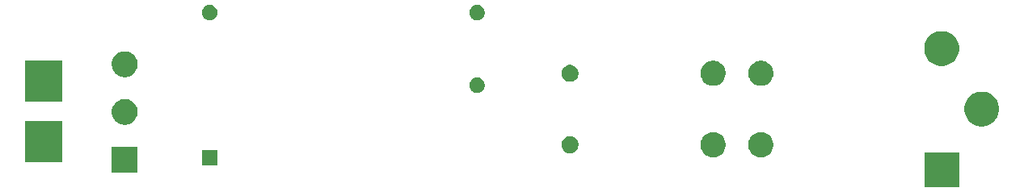
<source format=gbr>
G04 #@! TF.GenerationSoftware,KiCad,Pcbnew,(5.0.2)-1*
G04 #@! TF.CreationDate,2019-04-08T19:56:43-07:00*
G04 #@! TF.ProjectId,smartplug,736d6172-7470-46c7-9567-2e6b69636164,rev?*
G04 #@! TF.SameCoordinates,Original*
G04 #@! TF.FileFunction,Soldermask,Bot*
G04 #@! TF.FilePolarity,Negative*
%FSLAX46Y46*%
G04 Gerber Fmt 4.6, Leading zero omitted, Abs format (unit mm)*
G04 Created by KiCad (PCBNEW (5.0.2)-1) date 4/8/2019 7:56:43 PM*
%MOMM*%
%LPD*%
G01*
G04 APERTURE LIST*
%ADD10C,0.100000*%
G04 APERTURE END LIST*
D10*
G36*
X238519000Y-103179000D02*
X234861000Y-103179000D01*
X234861000Y-99521000D01*
X238519000Y-99521000D01*
X238519000Y-103179000D01*
X238519000Y-103179000D01*
G37*
G36*
X152451000Y-101651000D02*
X149749000Y-101651000D01*
X149749000Y-98949000D01*
X152451000Y-98949000D01*
X152451000Y-101651000D01*
X152451000Y-101651000D01*
G37*
G36*
X160805000Y-100925000D02*
X159195000Y-100925000D01*
X159195000Y-99315000D01*
X160805000Y-99315000D01*
X160805000Y-100925000D01*
X160805000Y-100925000D01*
G37*
G36*
X144556000Y-100611000D02*
X140644000Y-100611000D01*
X140644000Y-96269000D01*
X144556000Y-96269000D01*
X144556000Y-100611000D01*
X144556000Y-100611000D01*
G37*
G36*
X213050250Y-97462843D02*
X213135322Y-97479765D01*
X213205735Y-97508931D01*
X213375728Y-97579344D01*
X213592092Y-97723914D01*
X213776086Y-97907908D01*
X213920656Y-98124272D01*
X214020235Y-98364679D01*
X214071000Y-98619891D01*
X214071000Y-98880109D01*
X214020235Y-99135321D01*
X213920656Y-99375728D01*
X213776086Y-99592092D01*
X213592092Y-99776086D01*
X213375728Y-99920656D01*
X213205735Y-99991069D01*
X213135322Y-100020235D01*
X213050250Y-100037157D01*
X212880109Y-100071000D01*
X212619891Y-100071000D01*
X212449750Y-100037157D01*
X212364678Y-100020235D01*
X212294265Y-99991069D01*
X212124272Y-99920656D01*
X211907908Y-99776086D01*
X211723914Y-99592092D01*
X211579344Y-99375728D01*
X211479765Y-99135321D01*
X211429000Y-98880109D01*
X211429000Y-98619891D01*
X211479765Y-98364679D01*
X211579344Y-98124272D01*
X211723914Y-97907908D01*
X211907908Y-97723914D01*
X212124272Y-97579344D01*
X212294265Y-97508931D01*
X212364678Y-97479765D01*
X212449750Y-97462843D01*
X212619891Y-97429000D01*
X212880109Y-97429000D01*
X213050250Y-97462843D01*
X213050250Y-97462843D01*
G37*
G36*
X218050250Y-97462843D02*
X218135322Y-97479765D01*
X218205735Y-97508931D01*
X218375728Y-97579344D01*
X218592092Y-97723914D01*
X218776086Y-97907908D01*
X218920656Y-98124272D01*
X219020235Y-98364679D01*
X219071000Y-98619891D01*
X219071000Y-98880109D01*
X219020235Y-99135321D01*
X218920656Y-99375728D01*
X218776086Y-99592092D01*
X218592092Y-99776086D01*
X218375728Y-99920656D01*
X218205735Y-99991069D01*
X218135322Y-100020235D01*
X218050250Y-100037157D01*
X217880109Y-100071000D01*
X217619891Y-100071000D01*
X217449750Y-100037157D01*
X217364678Y-100020235D01*
X217294265Y-99991069D01*
X217124272Y-99920656D01*
X216907908Y-99776086D01*
X216723914Y-99592092D01*
X216579344Y-99375728D01*
X216479765Y-99135321D01*
X216429000Y-98880109D01*
X216429000Y-98619891D01*
X216479765Y-98364679D01*
X216579344Y-98124272D01*
X216723914Y-97907908D01*
X216907908Y-97723914D01*
X217124272Y-97579344D01*
X217294265Y-97508931D01*
X217364678Y-97479765D01*
X217449750Y-97462843D01*
X217619891Y-97429000D01*
X217880109Y-97429000D01*
X218050250Y-97462843D01*
X218050250Y-97462843D01*
G37*
G36*
X198009367Y-97894971D02*
X198009369Y-97894972D01*
X198009370Y-97894972D01*
X198040600Y-97907908D01*
X198171195Y-97962002D01*
X198316835Y-98059316D01*
X198440684Y-98183165D01*
X198537998Y-98328805D01*
X198605029Y-98490633D01*
X198639200Y-98662420D01*
X198639200Y-98837580D01*
X198605029Y-99009367D01*
X198537998Y-99171195D01*
X198440684Y-99316835D01*
X198316835Y-99440684D01*
X198171195Y-99537998D01*
X198069147Y-99580268D01*
X198009370Y-99605028D01*
X198009369Y-99605028D01*
X198009367Y-99605029D01*
X197837580Y-99639200D01*
X197662420Y-99639200D01*
X197490633Y-99605029D01*
X197490631Y-99605028D01*
X197490630Y-99605028D01*
X197430853Y-99580268D01*
X197328805Y-99537998D01*
X197183165Y-99440684D01*
X197059316Y-99316835D01*
X196962002Y-99171195D01*
X196894971Y-99009367D01*
X196860800Y-98837580D01*
X196860800Y-98662420D01*
X196894971Y-98490633D01*
X196962002Y-98328805D01*
X197059316Y-98183165D01*
X197183165Y-98059316D01*
X197328805Y-97962002D01*
X197459400Y-97907908D01*
X197490630Y-97894972D01*
X197490631Y-97894972D01*
X197490633Y-97894971D01*
X197662420Y-97860800D01*
X197837580Y-97860800D01*
X198009367Y-97894971D01*
X198009367Y-97894971D01*
G37*
G36*
X241236820Y-93206143D02*
X241413500Y-93241287D01*
X241551373Y-93298396D01*
X241746355Y-93379160D01*
X242045923Y-93579325D01*
X242300675Y-93834077D01*
X242500840Y-94133645D01*
X242638713Y-94466501D01*
X242709000Y-94819858D01*
X242709000Y-95180142D01*
X242638713Y-95533499D01*
X242500840Y-95866355D01*
X242300675Y-96165923D01*
X242045923Y-96420675D01*
X241746355Y-96620840D01*
X241551373Y-96701604D01*
X241413500Y-96758713D01*
X241236821Y-96793856D01*
X241060142Y-96829000D01*
X240699858Y-96829000D01*
X240523179Y-96793856D01*
X240346500Y-96758713D01*
X240208627Y-96701604D01*
X240013645Y-96620840D01*
X239714077Y-96420675D01*
X239459325Y-96165923D01*
X239259160Y-95866355D01*
X239121287Y-95533499D01*
X239051000Y-95180142D01*
X239051000Y-94819858D01*
X239121287Y-94466501D01*
X239259160Y-94133645D01*
X239459325Y-93834077D01*
X239714077Y-93579325D01*
X240013645Y-93379160D01*
X240208627Y-93298396D01*
X240346500Y-93241287D01*
X240523179Y-93206144D01*
X240699858Y-93171000D01*
X241060142Y-93171000D01*
X241236820Y-93206143D01*
X241236820Y-93206143D01*
G37*
G36*
X151363567Y-93974959D02*
X151494072Y-94000918D01*
X151739939Y-94102759D01*
X151931864Y-94231000D01*
X151961215Y-94250612D01*
X152149388Y-94438785D01*
X152149390Y-94438788D01*
X152297241Y-94660061D01*
X152399082Y-94905928D01*
X152451000Y-95166938D01*
X152451000Y-95433062D01*
X152399082Y-95694072D01*
X152297241Y-95939939D01*
X152149890Y-96160464D01*
X152149388Y-96161215D01*
X151961215Y-96349388D01*
X151961212Y-96349390D01*
X151739939Y-96497241D01*
X151494072Y-96599082D01*
X151384692Y-96620839D01*
X151233063Y-96651000D01*
X150966937Y-96651000D01*
X150815308Y-96620839D01*
X150705928Y-96599082D01*
X150460061Y-96497241D01*
X150238788Y-96349390D01*
X150238785Y-96349388D01*
X150050612Y-96161215D01*
X150050110Y-96160464D01*
X149902759Y-95939939D01*
X149800918Y-95694072D01*
X149749000Y-95433062D01*
X149749000Y-95166938D01*
X149800918Y-94905928D01*
X149902759Y-94660061D01*
X150050610Y-94438788D01*
X150050612Y-94438785D01*
X150238785Y-94250612D01*
X150268136Y-94231000D01*
X150460061Y-94102759D01*
X150705928Y-94000918D01*
X150836433Y-93974959D01*
X150966937Y-93949000D01*
X151233063Y-93949000D01*
X151363567Y-93974959D01*
X151363567Y-93974959D01*
G37*
G36*
X144556000Y-94231000D02*
X140644000Y-94231000D01*
X140644000Y-89889000D01*
X144556000Y-89889000D01*
X144556000Y-94231000D01*
X144556000Y-94231000D01*
G37*
G36*
X188234807Y-91725935D02*
X188234809Y-91725936D01*
X188234810Y-91725936D01*
X188381310Y-91786618D01*
X188381311Y-91786619D01*
X188513161Y-91874718D01*
X188625282Y-91986839D01*
X188625284Y-91986842D01*
X188713382Y-92118690D01*
X188721877Y-92139200D01*
X188774065Y-92265193D01*
X188805000Y-92420713D01*
X188805000Y-92579286D01*
X188774064Y-92734810D01*
X188713382Y-92881310D01*
X188713381Y-92881311D01*
X188625282Y-93013161D01*
X188513161Y-93125282D01*
X188513158Y-93125284D01*
X188381310Y-93213382D01*
X188234810Y-93274064D01*
X188234809Y-93274064D01*
X188234807Y-93274065D01*
X188079287Y-93305000D01*
X187920713Y-93305000D01*
X187765193Y-93274065D01*
X187765191Y-93274064D01*
X187765190Y-93274064D01*
X187618690Y-93213382D01*
X187486842Y-93125284D01*
X187486839Y-93125282D01*
X187374718Y-93013161D01*
X187286619Y-92881311D01*
X187286618Y-92881310D01*
X187225936Y-92734810D01*
X187195000Y-92579286D01*
X187195000Y-92420713D01*
X187225935Y-92265193D01*
X187278123Y-92139200D01*
X187286618Y-92118690D01*
X187374716Y-91986842D01*
X187374718Y-91986839D01*
X187486839Y-91874718D01*
X187618689Y-91786619D01*
X187618690Y-91786618D01*
X187765190Y-91725936D01*
X187765191Y-91725936D01*
X187765193Y-91725935D01*
X187920713Y-91695000D01*
X188079287Y-91695000D01*
X188234807Y-91725935D01*
X188234807Y-91725935D01*
G37*
G36*
X213050250Y-89962843D02*
X213135322Y-89979765D01*
X213205735Y-90008931D01*
X213375728Y-90079344D01*
X213592092Y-90223914D01*
X213776086Y-90407908D01*
X213920656Y-90624272D01*
X213991069Y-90794265D01*
X214020235Y-90864678D01*
X214071000Y-91119893D01*
X214071000Y-91380107D01*
X214027444Y-91599082D01*
X214020235Y-91635321D01*
X213920656Y-91875728D01*
X213776086Y-92092092D01*
X213592092Y-92276086D01*
X213375728Y-92420656D01*
X213205735Y-92491069D01*
X213135322Y-92520235D01*
X213050250Y-92537157D01*
X212880109Y-92571000D01*
X212619891Y-92571000D01*
X212449750Y-92537157D01*
X212364678Y-92520235D01*
X212294265Y-92491069D01*
X212124272Y-92420656D01*
X211907908Y-92276086D01*
X211723914Y-92092092D01*
X211579344Y-91875728D01*
X211479765Y-91635321D01*
X211472557Y-91599082D01*
X211429000Y-91380107D01*
X211429000Y-91119893D01*
X211479765Y-90864678D01*
X211508931Y-90794265D01*
X211579344Y-90624272D01*
X211723914Y-90407908D01*
X211907908Y-90223914D01*
X212124272Y-90079344D01*
X212294265Y-90008931D01*
X212364678Y-89979765D01*
X212449750Y-89962843D01*
X212619891Y-89929000D01*
X212880109Y-89929000D01*
X213050250Y-89962843D01*
X213050250Y-89962843D01*
G37*
G36*
X218050250Y-89962843D02*
X218135322Y-89979765D01*
X218205735Y-90008931D01*
X218375728Y-90079344D01*
X218592092Y-90223914D01*
X218776086Y-90407908D01*
X218920656Y-90624272D01*
X218991069Y-90794265D01*
X219020235Y-90864678D01*
X219071000Y-91119893D01*
X219071000Y-91380107D01*
X219027444Y-91599082D01*
X219020235Y-91635321D01*
X218920656Y-91875728D01*
X218776086Y-92092092D01*
X218592092Y-92276086D01*
X218375728Y-92420656D01*
X218205735Y-92491069D01*
X218135322Y-92520235D01*
X218050250Y-92537157D01*
X217880109Y-92571000D01*
X217619891Y-92571000D01*
X217449750Y-92537157D01*
X217364678Y-92520235D01*
X217294265Y-92491069D01*
X217124272Y-92420656D01*
X216907908Y-92276086D01*
X216723914Y-92092092D01*
X216579344Y-91875728D01*
X216479765Y-91635321D01*
X216472557Y-91599082D01*
X216429000Y-91380107D01*
X216429000Y-91119893D01*
X216479765Y-90864678D01*
X216508931Y-90794265D01*
X216579344Y-90624272D01*
X216723914Y-90407908D01*
X216907908Y-90223914D01*
X217124272Y-90079344D01*
X217294265Y-90008931D01*
X217364678Y-89979765D01*
X217449750Y-89962843D01*
X217619891Y-89929000D01*
X217880109Y-89929000D01*
X218050250Y-89962843D01*
X218050250Y-89962843D01*
G37*
G36*
X198009367Y-90394971D02*
X198009369Y-90394972D01*
X198009370Y-90394972D01*
X198069147Y-90419732D01*
X198171195Y-90462002D01*
X198316835Y-90559316D01*
X198440684Y-90683165D01*
X198537998Y-90828805D01*
X198605029Y-90990633D01*
X198639200Y-91162420D01*
X198639200Y-91337580D01*
X198605029Y-91509367D01*
X198537998Y-91671195D01*
X198440684Y-91816835D01*
X198316835Y-91940684D01*
X198171195Y-92037998D01*
X198069147Y-92080268D01*
X198009370Y-92105028D01*
X198009369Y-92105028D01*
X198009367Y-92105029D01*
X197837580Y-92139200D01*
X197662420Y-92139200D01*
X197490633Y-92105029D01*
X197490631Y-92105028D01*
X197490630Y-92105028D01*
X197430853Y-92080268D01*
X197328805Y-92037998D01*
X197183165Y-91940684D01*
X197059316Y-91816835D01*
X196962002Y-91671195D01*
X196894971Y-91509367D01*
X196860800Y-91337580D01*
X196860800Y-91162420D01*
X196894971Y-90990633D01*
X196962002Y-90828805D01*
X197059316Y-90683165D01*
X197183165Y-90559316D01*
X197328805Y-90462002D01*
X197430853Y-90419732D01*
X197490630Y-90394972D01*
X197490631Y-90394972D01*
X197490633Y-90394971D01*
X197662420Y-90360800D01*
X197837580Y-90360800D01*
X198009367Y-90394971D01*
X198009367Y-90394971D01*
G37*
G36*
X151363567Y-88974959D02*
X151494072Y-89000918D01*
X151739939Y-89102759D01*
X151960464Y-89250110D01*
X151961215Y-89250612D01*
X152149388Y-89438785D01*
X152149390Y-89438788D01*
X152297241Y-89660061D01*
X152392070Y-89889000D01*
X152399082Y-89905929D01*
X152451000Y-90166937D01*
X152451000Y-90433063D01*
X152425887Y-90559314D01*
X152399082Y-90694072D01*
X152297241Y-90939939D01*
X152149890Y-91160464D01*
X152149388Y-91161215D01*
X151961215Y-91349388D01*
X151961212Y-91349390D01*
X151739939Y-91497241D01*
X151494072Y-91599082D01*
X151363567Y-91625041D01*
X151233063Y-91651000D01*
X150966937Y-91651000D01*
X150836433Y-91625041D01*
X150705928Y-91599082D01*
X150460061Y-91497241D01*
X150238788Y-91349390D01*
X150238785Y-91349388D01*
X150050612Y-91161215D01*
X150050110Y-91160464D01*
X149902759Y-90939939D01*
X149800918Y-90694072D01*
X149774113Y-90559314D01*
X149749000Y-90433063D01*
X149749000Y-90166937D01*
X149800918Y-89905929D01*
X149807930Y-89889000D01*
X149902759Y-89660061D01*
X150050610Y-89438788D01*
X150050612Y-89438785D01*
X150238785Y-89250612D01*
X150239536Y-89250110D01*
X150460061Y-89102759D01*
X150705928Y-89000918D01*
X150836433Y-88974959D01*
X150966937Y-88949000D01*
X151233063Y-88949000D01*
X151363567Y-88974959D01*
X151363567Y-88974959D01*
G37*
G36*
X237046820Y-86856143D02*
X237223500Y-86891287D01*
X237361373Y-86948396D01*
X237556355Y-87029160D01*
X237855923Y-87229325D01*
X238110675Y-87484077D01*
X238310840Y-87783645D01*
X238448713Y-88116501D01*
X238519000Y-88469858D01*
X238519000Y-88830142D01*
X238448713Y-89183499D01*
X238310840Y-89516355D01*
X238110675Y-89815923D01*
X237855923Y-90070675D01*
X237556355Y-90270840D01*
X237361373Y-90351604D01*
X237223500Y-90408713D01*
X237101088Y-90433062D01*
X236870142Y-90479000D01*
X236509858Y-90479000D01*
X236278912Y-90433062D01*
X236156500Y-90408713D01*
X236018627Y-90351604D01*
X235823645Y-90270840D01*
X235524077Y-90070675D01*
X235269325Y-89815923D01*
X235069160Y-89516355D01*
X234931287Y-89183499D01*
X234861000Y-88830142D01*
X234861000Y-88469858D01*
X234931287Y-88116501D01*
X235069160Y-87783645D01*
X235269325Y-87484077D01*
X235524077Y-87229325D01*
X235823645Y-87029160D01*
X236018627Y-86948396D01*
X236156500Y-86891287D01*
X236333179Y-86856144D01*
X236509858Y-86821000D01*
X236870142Y-86821000D01*
X237046820Y-86856143D01*
X237046820Y-86856143D01*
G37*
G36*
X160234807Y-84105935D02*
X160234809Y-84105936D01*
X160234810Y-84105936D01*
X160381310Y-84166618D01*
X160381311Y-84166619D01*
X160513161Y-84254718D01*
X160625282Y-84366839D01*
X160625284Y-84366842D01*
X160713382Y-84498690D01*
X160774064Y-84645190D01*
X160805000Y-84800714D01*
X160805000Y-84959286D01*
X160774064Y-85114810D01*
X160713382Y-85261310D01*
X160713381Y-85261311D01*
X160625282Y-85393161D01*
X160513161Y-85505282D01*
X160513158Y-85505284D01*
X160381310Y-85593382D01*
X160234810Y-85654064D01*
X160234809Y-85654064D01*
X160234807Y-85654065D01*
X160079287Y-85685000D01*
X159920713Y-85685000D01*
X159765193Y-85654065D01*
X159765191Y-85654064D01*
X159765190Y-85654064D01*
X159618690Y-85593382D01*
X159486842Y-85505284D01*
X159486839Y-85505282D01*
X159374718Y-85393161D01*
X159286619Y-85261311D01*
X159286618Y-85261310D01*
X159225936Y-85114810D01*
X159195000Y-84959286D01*
X159195000Y-84800714D01*
X159225936Y-84645190D01*
X159286618Y-84498690D01*
X159374716Y-84366842D01*
X159374718Y-84366839D01*
X159486839Y-84254718D01*
X159618689Y-84166619D01*
X159618690Y-84166618D01*
X159765190Y-84105936D01*
X159765191Y-84105936D01*
X159765193Y-84105935D01*
X159920713Y-84075000D01*
X160079287Y-84075000D01*
X160234807Y-84105935D01*
X160234807Y-84105935D01*
G37*
G36*
X188234807Y-84105935D02*
X188234809Y-84105936D01*
X188234810Y-84105936D01*
X188381310Y-84166618D01*
X188381311Y-84166619D01*
X188513161Y-84254718D01*
X188625282Y-84366839D01*
X188625284Y-84366842D01*
X188713382Y-84498690D01*
X188774064Y-84645190D01*
X188805000Y-84800714D01*
X188805000Y-84959286D01*
X188774064Y-85114810D01*
X188713382Y-85261310D01*
X188713381Y-85261311D01*
X188625282Y-85393161D01*
X188513161Y-85505282D01*
X188513158Y-85505284D01*
X188381310Y-85593382D01*
X188234810Y-85654064D01*
X188234809Y-85654064D01*
X188234807Y-85654065D01*
X188079287Y-85685000D01*
X187920713Y-85685000D01*
X187765193Y-85654065D01*
X187765191Y-85654064D01*
X187765190Y-85654064D01*
X187618690Y-85593382D01*
X187486842Y-85505284D01*
X187486839Y-85505282D01*
X187374718Y-85393161D01*
X187286619Y-85261311D01*
X187286618Y-85261310D01*
X187225936Y-85114810D01*
X187195000Y-84959286D01*
X187195000Y-84800714D01*
X187225936Y-84645190D01*
X187286618Y-84498690D01*
X187374716Y-84366842D01*
X187374718Y-84366839D01*
X187486839Y-84254718D01*
X187618689Y-84166619D01*
X187618690Y-84166618D01*
X187765190Y-84105936D01*
X187765191Y-84105936D01*
X187765193Y-84105935D01*
X187920713Y-84075000D01*
X188079287Y-84075000D01*
X188234807Y-84105935D01*
X188234807Y-84105935D01*
G37*
M02*

</source>
